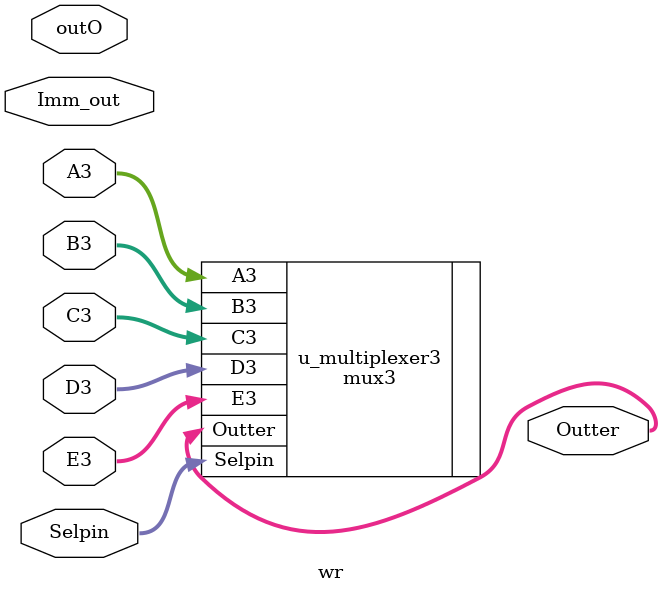
<source format=v>

`include "mux3.v"
module wr (input wire [31:0]Imm_out,
           input wire [31:0]outO,
           output wire [31:0]Outter,
           input wire [31:0]A3,
input wire [31:0]B3,
input wire [2:0]Selpin,
input wire[31:0]C3,
input wire[31:0]D3,
input wire[31:0]E3
);
    









mux3 u_multiplexer3(.A3(A3),
                    .B3(B3),
                    .C3(C3),
                    .D3(D3),
                    .E3(E3),
                    .Selpin(Selpin),
                    .Outter(Outter));
endmodule
</source>
